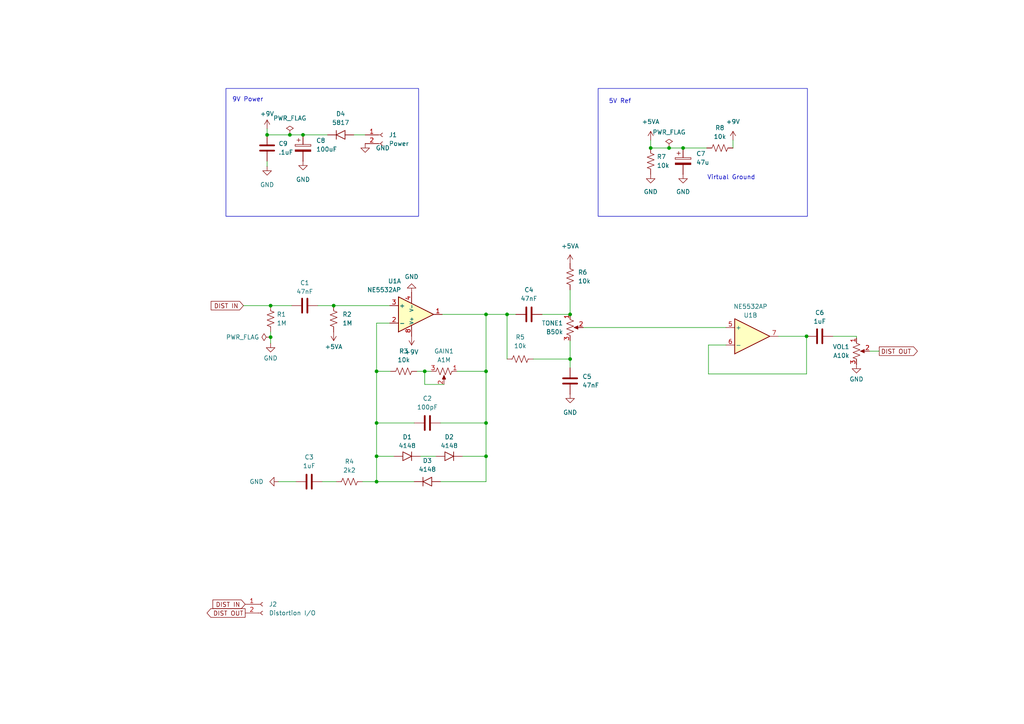
<source format=kicad_sch>
(kicad_sch (version 20250114) (generator "eeschema") (generator_version "9.0")
  (paper "A4")
  (lib_symbols
    (symbol "Connector:Conn_01x02_Socket" (pin_names (offset 1.016) (hide yes))
      (property "Reference" "J" (at 0 2.54 0))
      (property "Value" "Conn_01x02_Socket" (at 0 -5.08 0))
      (symbol "Conn_01x02_Socket_1_1"
        (polyline (pts (xy -1.27 0) (xy -0.508 0)) (stroke (width 0.1524)))
        (polyline (pts (xy -1.27 -2.54) (xy -0.508 -2.54)) (stroke (width 0.1524)))
        (arc (start 0 -0.508) (mid -0.5058 0) (end 0 0.508) (stroke (width 0.1524)))
        (arc (start 0 -3.048) (mid -0.5058 -2.54) (end 0 -2.032) (stroke (width 0.1524)))
        (pin passive line (at -5.08 0 0) (length 3.81) (name "Pin_1") (number "1"))
        (pin passive line (at -5.08 -2.54 0) (length 3.81) (name "Pin_2") (number "2"))
      )
    )
    (symbol "Device:R_Potentiometer_US" (pin_names (offset 1.016) (hide yes))
      (property "Reference" "RV" (at -4.445 0 90))
      (property "Value" "R_Potentiometer_US" (at -2.54 0 90))
      (symbol "R_Potentiometer_US_0_1"
        (polyline (pts (xy 0 2.54) (xy 0 2.286)))
        (polyline (pts (xy 0 2.286) (xy 1.016 1.905) (xy 0 1.524) (xy -1.016 1.143) (xy 0 0.762)))
        (polyline (pts (xy 0 0.762) (xy 1.016 0.381) (xy 0 0) (xy -1.016 -0.381) (xy 0 -0.762)))
        (polyline (pts (xy 0 -0.762) (xy 1.016 -1.143) (xy 0 -1.524) (xy -1.016 -1.905) (xy 0 -2.286)))
        (polyline (pts (xy 0 -2.286) (xy 0 -2.54)))
        (polyline (pts (xy 1.143 0) (xy 2.286 0.508) (xy 2.286 -0.508) (xy 1.143 0)) (fill (type outline)))
        (polyline (pts (xy 2.54 0) (xy 1.524 0)))
      )
      (symbol "R_Potentiometer_US_1_1"
        (pin passive line (at 0 3.81 270) (length 1.27) (name "1") (number "1"))
        (pin passive line (at 0 -3.81 90) (length 1.27) (name "3") (number "3"))
        (pin passive line (at 3.81 0 180) (length 1.27) (name "2") (number "2"))
      )
    )
    (symbol "Device:R_US" (pin_numbers (hide yes)) (pin_names (offset 0))
      (property "Reference" "R" (at 2.54 0 90))
      (property "Value" "R_US" (at -2.54 0 90))
      (symbol "R_US_0_1"
        (polyline (pts (xy 0 2.286) (xy 0 2.54)))
        (polyline (pts (xy 0 2.286) (xy 1.016 1.905) (xy 0 1.524) (xy -1.016 1.143) (xy 0 0.762)))
        (polyline (pts (xy 0 0.762) (xy 1.016 0.381) (xy 0 0) (xy -1.016 -0.381) (xy 0 -0.762)))
        (polyline (pts (xy 0 -0.762) (xy 1.016 -1.143) (xy 0 -1.524) (xy -1.016 -1.905) (xy 0 -2.286)))
        (polyline (pts (xy 0 -2.286) (xy 0 -2.54)))
      )
      (symbol "R_US_1_1"
        (pin passive line (at 0 3.81 270) (length 1.27) (name "~") (number "1"))
        (pin passive line (at 0 -3.81 90) (length 1.27) (name "~") (number "2"))
      )
    )
    (symbol "PCM_4ms_Diode:D_Generic" (pin_numbers (hide yes)) (pin_names (offset 1.016) (hide yes))
      (property "Reference" "D" (at 0 2.54 0))
      (property "Value" "D_Generic" (at 0 -2.54 0))
      (symbol "D_Generic_0_1"
        (polyline (pts (xy -1.27 1.27) (xy -1.27 -1.27)) (stroke (width 0.2032)))
        (polyline (pts (xy 1.27 1.27) (xy 1.27 -1.27) (xy -1.27 0) (xy 1.27 1.27)) (stroke (width 0.2032)))
      )
      (symbol "D_Generic_1_1"
        (pin passive line (at -3.81 0 0) (length 2.54) (name "K") (number "1"))
        (pin passive line (at 3.81 0 180) (length 2.54) (name "A") (number "2"))
      )
    )
    (symbol "PCM_4ms_Power-symbol:+9V" (power) (pin_names (offset 0))
      (property "Value" "+9V" (at 0 3.556 0))
      (symbol "+9V_0_1"
        (polyline (pts (xy -0.762 1.27) (xy 0 2.54)))
        (polyline (pts (xy 0 2.54) (xy 0.762 1.27)))
        (polyline (pts (xy 0 0) (xy 0 2.54)))
      )
      (symbol "+9V_1_1"
        (pin power_in line (at 0 0 90) (length 0) (hide yes) (name "+9V") (number "1"))
      )
    )
    (symbol "PCM_4ms_Power-symbol:PWR_FLAG" (power) (pin_numbers (hide yes)) (pin_names (offset 0) (hide yes))
      (property "Value" "PWR_FLAG" (at 0 3.81 0))
      (symbol "PWR_FLAG_0_0"
        (pin power_out line (at 0 0 90) (length 0) (name "pwr") (number "1"))
      )
      (symbol "PWR_FLAG_0_1"
        (polyline (pts (xy 0 0) (xy 0 1.27) (xy -1.016 1.905) (xy 0 2.54) (xy 1.016 1.905) (xy 0 1.27)))
      )
    )
    (symbol "PCM_Amplifier_Operational_AKL:NE5532AP" (pin_names (offset 0.2))
      (property "Reference" "U" (at 1.27 6.35 0))
      (property "Value" "NE5532AP" (at 1.27 3.81 0))
      (symbol "NE5532AP_0_1"
        (polyline (pts (xy -3.81 5.08) (xy -3.81 -5.08) (xy 6.35 0) (xy -3.81 5.08)) (stroke (width 0.254)) (fill (type background)))
      )
      (symbol "NE5532AP_1_1"
        (pin input line (at -6.35 2.54 0) (length 2.54) (name "-") (number "2"))
        (pin input line (at -6.35 -2.54 0) (length 2.54) (name "+") (number "3"))
        (pin power_in line (at 0 6.35 270) (length 3.18) (name "V+") (number "8"))
        (pin power_in line (at 0 -6.35 90) (length 3.18) (name "V-") (number "4"))
        (pin output line (at 8.89 0 180) (length 2.54) (name "~") (number "1"))
      )
      (symbol "NE5532AP_2_1"
        (pin input line (at -6.35 2.54 0) (length 2.54) (name "-") (number "6"))
        (pin input line (at -6.35 -2.54 0) (length 2.54) (name "+") (number "5"))
        (pin output line (at 8.89 0 180) (length 2.54) (name "~") (number "7"))
      )
    )
    (symbol "PCM_Capacitor_AKL:CP_Radial_D4.0mm_P1.50mm" (pin_numbers (hide yes)) (pin_names (offset 0.254))
      (property "Reference" "C" (at 0.635 2.54 0))
      (property "Value" "CP_Radial_D4.0mm_P1.50mm" (at 0.635 -2.54 0))
      (symbol "CP_Radial_D4.0mm_P1.50mm_0_1"
        (rectangle (start -2.286 1.016) (end 2.286 0.508))
        (polyline (pts (xy -1.778 2.286) (xy -0.762 2.286)))
        (polyline (pts (xy -1.27 2.794) (xy -1.27 1.778)))
        (rectangle (start 2.286 -0.508) (end -2.286 -1.016) (fill (type outline)))
      )
      (symbol "CP_Radial_D4.0mm_P1.50mm_0_2"
        (polyline (pts (xy -2.54 -2.54) (xy -0.6604 -0.6604)))
        (polyline (pts (xy -1.8796 0.6096) (xy 0.6096 -1.8796) (xy 0.9652 -1.524) (xy -1.524 0.9652) (xy -1.8796 0.6096)) (fill (type outline)))
        (polyline (pts (xy -0.9652 1.524) (xy 1.524 -0.9652) (xy 1.8796 -0.6096) (xy -0.6096 1.8796) (xy -0.9652 1.524)))
        (polyline (pts (xy 0 2.032) (xy 1.016 2.032)))
        (polyline (pts (xy 0.508 2.54) (xy 0.508 1.524)))
        (polyline (pts (xy 0.6604 0.6604) (xy 2.54 2.54)))
      )
      (symbol "CP_Radial_D4.0mm_P1.50mm_1_1"
        (pin passive line (at 0 3.81 270) (length 2.794) (name "~") (number "1"))
        (pin passive line (at 0 -3.81 90) (length 2.794) (name "~") (number "2"))
      )
      (symbol "CP_Radial_D4.0mm_P1.50mm_1_2"
        (pin passive line (at -2.54 -2.54 90) (length 0) (name "~") (number "2"))
        (pin passive line (at 2.54 2.54 270) (length 0) (name "~") (number "1"))
      )
    )
    (symbol "PCM_Capacitor_AKL:C_Axial_L3.0mm_D2.3mm_P5.00mm" (pin_numbers (hide yes)) (pin_names (offset 0.254))
      (property "Reference" "C" (at 0.635 2.54 0))
      (property "Value" "C_Axial_L3.0mm_D2.3mm_P5.00mm" (at 0.635 -2.54 0))
      (symbol "C_Axial_L3.0mm_D2.3mm_P5.00mm_0_1"
        (polyline (pts (xy -2.032 0.762) (xy 2.032 0.762)) (stroke (width 0.508)))
        (polyline (pts (xy -2.032 -0.762) (xy 2.032 -0.762)) (stroke (width 0.508)))
      )
      (symbol "C_Axial_L3.0mm_D2.3mm_P5.00mm_0_2"
        (polyline (pts (xy -2.54 -2.54) (xy -0.381 -0.381)))
        (polyline (pts (xy -0.508 -0.508) (xy -1.651 0.635)) (stroke (width 0.508)))
        (polyline (pts (xy -0.508 -0.508) (xy 0.635 -1.651)) (stroke (width 0.508)))
        (polyline (pts (xy 0.381 0.381) (xy 2.54 2.54)))
        (polyline (pts (xy 0.508 0.508) (xy -0.635 1.651)) (stroke (width 0.508)))
        (polyline (pts (xy 0.508 0.508) (xy 1.651 -0.635)) (stroke (width 0.508)))
      )
      (symbol "C_Axial_L3.0mm_D2.3mm_P5.00mm_1_1"
        (pin passive line (at 0 3.81 270) (length 2.794) (name "~") (number "1"))
        (pin passive line (at 0 -3.81 90) (length 2.794) (name "~") (number "2"))
      )
      (symbol "C_Axial_L3.0mm_D2.3mm_P5.00mm_1_2"
        (pin passive line (at -2.54 -2.54 90) (length 0) (name "~") (number "2"))
        (pin passive line (at 2.54 2.54 270) (length 0) (name "~") (number "1"))
      )
    )
    (symbol "power:+5VA" (power) (pin_numbers (hide yes)) (pin_names (offset 0) (hide yes))
      (property "Value" "+5VA" (at 0 3.556 0))
      (symbol "+5VA_0_1"
        (polyline (pts (xy -0.762 1.27) (xy 0 2.54)))
        (polyline (pts (xy 0 2.54) (xy 0.762 1.27)))
        (polyline (pts (xy 0 0) (xy 0 2.54)))
      )
      (symbol "+5VA_1_1"
        (pin power_in line (at 0 0 90) (length 0) (name "~") (number "1"))
      )
    )
    (symbol "power:GND" (power) (pin_numbers (hide yes)) (pin_names (offset 0) (hide yes))
      (property "Value" "GND" (at 0 -3.81 0))
      (symbol "GND_0_1"
        (polyline (pts (xy 0 0) (xy 0 -1.27) (xy 1.27 -1.27) (xy 0 -2.54) (xy -1.27 -1.27) (xy 0 -1.27)))
      )
      (symbol "GND_1_1"
        (pin power_in line (at 0 0 270) (length 0) (name "~") (number "1"))
      )
    )
    (symbol "power:PWR_FLAG" (power) (pin_numbers (hide yes)) (pin_names (offset 0) (hide yes))
      (property "Value" "PWR_FLAG" (at 0 3.81 0))
      (symbol "PWR_FLAG_0_0"
        (pin power_out line (at 0 0 90) (length 0) (name "~") (number "1"))
      )
      (symbol "PWR_FLAG_0_1"
        (polyline (pts (xy 0 0) (xy 0 1.27) (xy -1.016 1.905) (xy 0 2.54) (xy 1.016 1.905) (xy 0 1.27)))
      )
    )
  )
  (rectangle (start 173.482 25.654) (end 234.188 62.738))
  (rectangle (start 65.532 25.654) (end 121.412 62.738))
  (text "9V Power" (at 71.882 28.956 0) (effects (font (size 1.27 1.27))))
  (text "Virtual Ground" (at 212.09 51.562 0) (effects (font (size 1.27 1.27))))
  (text "5V Ref" (at 179.832 29.464 0) (effects (font (size 1.27 1.27))))
  (junction (at 198.12 42.926))
  (junction (at 78.486 88.646))
  (junction (at 109.22 107.696))
  (junction (at 84.074 39.116))
  (junction (at 109.22 139.7))
  (junction (at 165.354 91.186))
  (junction (at 77.47 39.116))
  (junction (at 87.884 39.116))
  (junction (at 165.354 104.14))
  (junction (at 194.056 42.926))
  (junction (at 123.19 107.696))
  (junction (at 140.97 107.696))
  (junction (at 96.774 88.646))
  (junction (at 140.97 122.682))
  (junction (at 188.722 42.926))
  (junction (at 147.066 91.186))
  (junction (at 233.934 97.536))
  (junction (at 140.97 132.334))
  (junction (at 109.22 122.682))
  (junction (at 140.97 91.186))
  (junction (at 78.486 97.79))
  (junction (at 109.22 132.334))
  (wire (pts (xy 109.22 139.7) (xy 120.142 139.7)))
  (wire (pts (xy 80.772 139.7) (xy 85.852 139.7)))
  (wire (pts (xy 248.412 97.536) (xy 248.412 98.044)))
  (wire (pts (xy 128.778 111.506) (xy 123.19 111.506)))
  (wire (pts (xy 154.686 104.14) (xy 165.354 104.14)))
  (wire (pts (xy 205.486 108.458) (xy 233.934 108.458)))
  (wire (pts (xy 169.164 94.996) (xy 210.566 94.996)))
  (wire (pts (xy 233.934 97.536) (xy 233.934 108.458)))
  (wire (pts (xy 109.22 93.726) (xy 109.22 107.696)))
  (wire (pts (xy 127.762 122.682) (xy 140.97 122.682)))
  (wire (pts (xy 128.27 91.186) (xy 140.97 91.186)))
  (wire (pts (xy 84.074 39.116) (xy 87.884 39.116)))
  (wire (pts (xy 78.486 99.568) (xy 78.486 97.79)))
  (wire (pts (xy 157.226 91.186) (xy 165.354 91.186)))
  (wire (pts (xy 78.486 88.646) (xy 84.582 88.646)))
  (wire (pts (xy 105.156 139.7) (xy 109.22 139.7)))
  (wire (pts (xy 165.354 104.14) (xy 165.354 106.68)))
  (wire (pts (xy 140.97 122.682) (xy 140.97 107.696)))
  (wire (pts (xy 205.486 100.076) (xy 205.486 108.458)))
  (wire (pts (xy 87.884 39.116) (xy 94.996 39.116)))
  (wire (pts (xy 109.22 93.726) (xy 113.03 93.726)))
  (wire (pts (xy 109.22 107.696) (xy 113.284 107.696)))
  (wire (pts (xy 77.47 46.736) (xy 77.47 48.26)))
  (wire (pts (xy 120.142 122.682) (xy 109.22 122.682)))
  (wire (pts (xy 241.554 97.536) (xy 248.412 97.536)))
  (wire (pts (xy 127.762 139.7) (xy 140.97 139.7)))
  (wire (pts (xy 102.616 39.116) (xy 105.918 39.116)))
  (wire (pts (xy 96.774 88.646) (xy 113.03 88.646)))
  (wire (pts (xy 140.97 122.682) (xy 140.97 132.334)))
  (wire (pts (xy 147.066 91.186) (xy 149.606 91.186)))
  (wire (pts (xy 109.22 122.682) (xy 109.22 107.696)))
  (wire (pts (xy 252.222 101.854) (xy 255.016 101.854)))
  (wire (pts (xy 134.112 132.334) (xy 140.97 132.334)))
  (wire (pts (xy 123.19 107.696) (xy 124.968 107.696)))
  (wire (pts (xy 210.566 100.076) (xy 205.486 100.076)))
  (wire (pts (xy 121.92 132.334) (xy 126.492 132.334)))
  (wire (pts (xy 225.806 97.536) (xy 233.934 97.536)))
  (wire (pts (xy 78.486 97.79) (xy 78.486 96.266)))
  (wire (pts (xy 165.354 84.074) (xy 165.354 91.186)))
  (wire (pts (xy 120.904 107.696) (xy 123.19 107.696)))
  (wire (pts (xy 188.722 42.926) (xy 194.056 42.926)))
  (wire (pts (xy 147.066 91.186) (xy 147.066 104.14)))
  (wire (pts (xy 92.202 88.646) (xy 96.774 88.646)))
  (wire (pts (xy 212.598 40.64) (xy 212.598 42.926)))
  (wire (pts (xy 93.472 139.7) (xy 97.536 139.7)))
  (wire (pts (xy 132.588 107.696) (xy 140.97 107.696)))
  (wire (pts (xy 109.22 132.334) (xy 109.22 139.7)))
  (wire (pts (xy 123.19 111.506) (xy 123.19 107.696)))
  (wire (pts (xy 198.12 42.926) (xy 204.978 42.926)))
  (wire (pts (xy 77.47 37.338) (xy 77.47 39.116)))
  (wire (pts (xy 140.97 132.334) (xy 140.97 139.7)))
  (wire (pts (xy 70.612 88.646) (xy 78.486 88.646)))
  (wire (pts (xy 140.97 91.186) (xy 140.97 107.696)))
  (wire (pts (xy 140.97 91.186) (xy 147.066 91.186)))
  (wire (pts (xy 165.354 98.806) (xy 165.354 104.14)))
  (wire (pts (xy 188.722 40.64) (xy 188.722 42.926)))
  (wire (pts (xy 109.22 132.334) (xy 114.3 132.334)))
  (wire (pts (xy 194.056 42.926) (xy 198.12 42.926)))
  (wire (pts (xy 77.47 39.116) (xy 84.074 39.116)))
  (wire (pts (xy 109.22 122.682) (xy 109.22 132.334)))
  (global_label "DIST OUT" (shape output) (at 255.016 101.854 0) (property "Intersheetrefs" "${INTERSHEET_REFS}" (effects (hide yes))))
  (global_label "DIST IN" (shape input) (at 71.12 175.26 180) (property "Intersheetrefs" "${INTERSHEET_REFS}" (effects (hide yes))))
  (global_label "DIST IN" (shape input) (at 70.612 88.646 180) (property "Intersheetrefs" "${INTERSHEET_REFS}" (effects (hide yes))))
  (global_label "DIST OUT" (shape output) (at 71.12 177.8 180) (property "Intersheetrefs" "${INTERSHEET_REFS}" (effects (hide yes))))
  (symbol (lib_id "PCM_4ms_Diode:D_Generic") (at 98.806 39.116 0) (unit 1)
    (property "Reference" "D4" (at 98.806 33.02 0))
    (property "Value" "5817" (at 98.806 35.56 0))
    (property "Footprint" "Diode_THT:D_A-405_P7.62mm_Horizontal" (effects (hide yes)))
    (property "Description" "Diode" (effects (hide yes)))
  )
  (symbol (lib_id "power:+5VA") (at 96.774 96.266 180) (unit 1)
    (property "Reference" "#PWR04" (effects (hide yes)))
    (property "Value" "+5VA" (at 96.774 100.584 0))
    (property "Description" "Power symbol creates a global label with name \"+5VA\"" (effects (hide yes)))
  )
  (symbol (lib_id "PCM_4ms_Diode:D_Generic") (at 130.302 132.334 180) (unit 1)
    (property "Reference" "D2" (at 130.302 126.746 0))
    (property "Value" "4148" (at 130.302 129.286 0))
    (property "Footprint" "Diode_THT:D_DO-34_SOD68_P7.62mm_Horizontal" (effects (hide yes)))
    (property "Description" "Diode" (effects (hide yes)))
  )
  (symbol (lib_id "PCM_4ms_Power-symbol:PWR_FLAG") (at 78.486 97.79 90) (unit 1)
    (property "Reference" "#FLG01" (effects (hide yes)))
    (property "Value" "PWR_FLAG" (at 75.184 97.7899 90) (effects (justify left)))
  )
  (symbol (lib_id "Device:R_Potentiometer_US") (at 248.412 101.854 0) (unit 1)
    (property "Reference" "VOL1" (at 246.38 100.5839 0) (effects (justify right)))
    (property "Value" "A10k" (at 246.38 103.1239 0) (effects (justify right)))
    (property "Footprint" "Connector_PinHeader_2.54mm:PinHeader_1x03_P2.54mm_Vertical" (effects (hide yes)))
    (property "Description" "Potentiometer, US symbol" (effects (hide yes)))
  )
  (symbol (lib_id "Device:R_US") (at 150.876 104.14 90) (unit 1)
    (property "Reference" "R5" (at 150.876 97.79 90))
    (property "Value" "10k" (at 150.876 100.33 90))
    (property "Footprint" "Resistor_THT:R_Axial_DIN0204_L3.6mm_D1.6mm_P7.62mm_Horizontal" (effects (hide yes)))
    (property "Description" "Resistor, US symbol" (effects (hide yes)))
  )
  (symbol (lib_id "PCM_Capacitor_AKL:C_Axial_L3.0mm_D2.3mm_P5.00mm") (at 77.47 42.926 0) (unit 1)
    (property "Reference" "C9" (at 80.772 41.6559 0) (effects (justify left)))
    (property "Value" ".1uF" (at 80.772 44.1959 0) (effects (justify left)))
    (property "Footprint" "Capacitor_THT:C_Disc_D3.0mm_W1.6mm_P2.50mm" (effects (hide yes)))
    (property "Description" "THT Axial Capacitor, 3.0mm Length, 2.3mm Diameter, 5.00mm Pitch, Alternate KiCad Library" (effects (hide yes)))
  )
  (symbol (lib_id "PCM_Amplifier_Operational_AKL:NE5532AP") (at 216.916 97.536 0) (mirror x) (unit 2)
    (property "Reference" "U1" (at 217.678 91.44 0))
    (property "Value" "NE5532AP" (at 217.678 88.9 0))
    (property "Footprint" "PCM_4ms_Package_DIP:DIP-8pin_TH" (effects (hide yes)))
    (property "Datasheet" "https://www.ti.com/lit/ds/symlink/ne5532.pdf?ts=1634915487120&ref_url=https%253A%252F%252Fwww.google.com%252F" (effects (hide yes)))
    (property "Description" "DIP-8 Dual Low Noise Operational Amplifier, 4mV Offset, 5nV/√Hz, 10MHz, Alternate KiCAD Library" (effects (hide yes)))
  )
  (symbol (lib_id "PCM_Capacitor_AKL:CP_Radial_D4.0mm_P1.50mm") (at 198.12 46.736 0) (unit 1)
    (property "Reference" "C7" (at 201.93 44.5769 0) (effects (justify left)))
    (property "Value" "47u" (at 201.93 47.1169 0) (effects (justify left)))
    (property "Footprint" "Capacitor_THT:CP_Radial_D5.0mm_P2.50mm" (effects (hide yes)))
    (property "Description" "THT Electrolytic Capacitor, 4.0mm Diameter, 1.50mm Pitch, European Symbol, Alternate KiCad Library" (effects (hide yes)))
  )
  (symbol (lib_id "Device:R_US") (at 101.346 139.7 90) (unit 1)
    (property "Reference" "R4" (at 101.346 133.858 90))
    (property "Value" "2k2" (at 101.346 136.398 90))
    (property "Footprint" "Resistor_THT:R_Axial_DIN0204_L3.6mm_D1.6mm_P7.62mm_Horizontal" (effects (hide yes)))
    (property "Description" "Resistor, US symbol" (effects (hide yes)))
  )
  (symbol (lib_id "PCM_4ms_Power-symbol:+9V") (at 77.47 37.338 0) (unit 1)
    (property "Reference" "#PWR016" (effects (hide yes)))
    (property "Value" "+9V" (at 77.47 33.02 0))
    (property "Description" "Power symbol creates a global label with name \"+9V\"" (effects (hide yes)))
  )
  (symbol (lib_id "power:GND") (at 198.12 50.546 0) (unit 1)
    (property "Reference" "#PWR010" (effects (hide yes)))
    (property "Value" "GND" (at 198.12 55.626 0))
    (property "Description" "Power symbol creates a global label with name \"GND\" , ground" (effects (hide yes)))
  )
  (symbol (lib_id "PCM_4ms_Power-symbol:+9V") (at 212.598 40.64 0) (unit 1)
    (property "Reference" "#PWR011" (effects (hide yes)))
    (property "Value" "+9V" (at 212.598 35.306 0))
    (property "Description" "Power symbol creates a global label with name \"+9V\"" (effects (hide yes)))
  )
  (symbol (lib_id "Device:R_US") (at 78.486 92.456 0) (unit 1)
    (property "Reference" "R1" (at 80.264 91.1859 0) (effects (justify left)))
    (property "Value" "1M" (at 80.264 93.7259 0) (effects (justify left)))
    (property "Footprint" "Resistor_THT:R_Axial_DIN0204_L3.6mm_D1.6mm_P7.62mm_Horizontal" (effects (hide yes)))
    (property "Description" "Resistor, US symbol" (effects (hide yes)))
  )
  (symbol (lib_id "PCM_Capacitor_AKL:C_Axial_L3.0mm_D2.3mm_P5.00mm") (at 88.392 88.646 90) (unit 1)
    (property "Reference" "C1" (at 88.392 82.042 90))
    (property "Value" "47nF" (at 88.392 84.582 90))
    (property "Footprint" "Capacitor_THT:C_Disc_D3.0mm_W1.6mm_P2.50mm" (effects (hide yes)))
    (property "Description" "THT Axial Capacitor, 3.0mm Length, 2.3mm Diameter, 5.00mm Pitch, Alternate KiCad Library" (effects (hide yes)))
  )
  (symbol (lib_id "PCM_Capacitor_AKL:C_Axial_L3.0mm_D2.3mm_P5.00mm") (at 89.662 139.7 90) (unit 1)
    (property "Reference" "C3" (at 89.662 132.588 90))
    (property "Value" "1uF" (at 89.662 135.128 90))
    (property "Footprint" "Capacitor_THT:C_Disc_D3.0mm_W1.6mm_P2.50mm" (effects (hide yes)))
    (property "Description" "THT Axial Capacitor, 3.0mm Length, 2.3mm Diameter, 5.00mm Pitch, Alternate KiCad Library" (effects (hide yes)))
  )
  (symbol (lib_id "power:GND") (at 80.772 139.7 270) (unit 1)
    (property "Reference" "#PWR05" (effects (hide yes)))
    (property "Value" "GND" (at 76.454 139.6999 90) (effects (justify right)))
    (property "Description" "Power symbol creates a global label with name \"GND\" , ground" (effects (hide yes)))
  )
  (symbol (lib_id "power:+5VA") (at 188.722 40.64 0) (unit 1)
    (property "Reference" "#PWR012" (effects (hide yes)))
    (property "Value" "+5VA" (at 188.722 35.306 0))
    (property "Description" "Power symbol creates a global label with name \"+5VA\"" (effects (hide yes)))
  )
  (symbol (lib_id "Device:R_US") (at 165.354 80.264 180) (unit 1)
    (property "Reference" "R6" (at 167.64 78.9939 0) (effects (justify right)))
    (property "Value" "10k" (at 167.64 81.5339 0) (effects (justify right)))
    (property "Footprint" "Resistor_THT:R_Axial_DIN0204_L3.6mm_D1.6mm_P7.62mm_Horizontal" (effects (hide yes)))
    (property "Description" "Resistor, US symbol" (effects (hide yes)))
  )
  (symbol (lib_id "power:GND") (at 165.354 114.3 0) (unit 1)
    (property "Reference" "#PWR07" (effects (hide yes)))
    (property "Value" "GND" (at 165.354 119.634 0))
    (property "Description" "Power symbol creates a global label with name \"GND\" , ground" (effects (hide yes)))
  )
  (symbol (lib_id "PCM_4ms_Power-symbol:PWR_FLAG") (at 194.056 42.926 0) (unit 1)
    (property "Reference" "#FLG05" (effects (hide yes)))
    (property "Value" "PWR_FLAG" (at 194.056 38.354 0))
  )
  (symbol (lib_id "power:GND") (at 78.486 99.568 0) (unit 1)
    (property "Reference" "#PWR01" (effects (hide yes)))
    (property "Value" "GND" (at 78.486 103.886 0))
    (property "Description" "Power symbol creates a global label with name \"GND\" , ground" (effects (hide yes)))
  )
  (symbol (lib_id "PCM_4ms_Power-symbol:+9V") (at 119.38 97.536 180) (unit 1)
    (property "Reference" "#PWR03" (effects (hide yes)))
    (property "Value" "+9V" (at 119.38 102.108 0))
    (property "Description" "Power symbol creates a global label with name \"+9V\"" (effects (hide yes)))
  )
  (symbol (lib_id "power:+5VA") (at 165.354 76.454 0) (unit 1)
    (property "Reference" "#PWR06" (effects (hide yes)))
    (property "Value" "+5VA" (at 165.354 71.374 0))
    (property "Description" "Power symbol creates a global label with name \"+5VA\"" (effects (hide yes)))
  )
  (symbol (lib_id "PCM_Capacitor_AKL:C_Axial_L3.0mm_D2.3mm_P5.00mm") (at 237.744 97.536 270) (unit 1)
    (property "Reference" "C6" (at 237.744 90.678 90))
    (property "Value" "1uF" (at 237.744 93.218 90))
    (property "Footprint" "Capacitor_THT:C_Disc_D3.0mm_W1.6mm_P2.50mm" (effects (hide yes)))
    (property "Description" "THT Axial Capacitor, 3.0mm Length, 2.3mm Diameter, 5.00mm Pitch, Alternate KiCad Library" (effects (hide yes)))
  )
  (symbol (lib_id "PCM_Capacitor_AKL:C_Axial_L3.0mm_D2.3mm_P5.00mm") (at 153.416 91.186 90) (unit 1)
    (property "Reference" "C4" (at 153.416 84.074 90))
    (property "Value" "47nF" (at 153.416 86.614 90))
    (property "Footprint" "Capacitor_THT:C_Disc_D3.0mm_W1.6mm_P2.50mm" (effects (hide yes)))
    (property "Description" "THT Axial Capacitor, 3.0mm Length, 2.3mm Diameter, 5.00mm Pitch, Alternate KiCad Library" (effects (hide yes)))
  )
  (symbol (lib_id "power:GND") (at 87.884 46.736 0) (unit 1)
    (property "Reference" "#PWR014" (effects (hide yes)))
    (property "Value" "GND" (at 87.884 52.07 0))
    (property "Description" "Power symbol creates a global label with name \"GND\" , ground" (effects (hide yes)))
  )
  (symbol (lib_id "PCM_Capacitor_AKL:C_Axial_L3.0mm_D2.3mm_P5.00mm") (at 165.354 110.49 180) (unit 1)
    (property "Reference" "C5" (at 168.91 109.2199 0) (effects (justify right)))
    (property "Value" "47nF" (at 168.91 111.7599 0) (effects (justify right)))
    (property "Footprint" "Capacitor_THT:C_Disc_D3.0mm_W1.6mm_P2.50mm" (effects (hide yes)))
    (property "Description" "THT Axial Capacitor, 3.0mm Length, 2.3mm Diameter, 5.00mm Pitch, Alternate KiCad Library" (effects (hide yes)))
  )
  (symbol (lib_id "PCM_Capacitor_AKL:CP_Radial_D4.0mm_P1.50mm") (at 87.884 42.926 0) (unit 1)
    (property "Reference" "C8" (at 91.694 40.7669 0) (effects (justify left)))
    (property "Value" "100uF" (at 91.694 43.3069 0) (effects (justify left)))
    (property "Footprint" "Capacitor_THT:CP_Radial_D5.0mm_P2.50mm" (effects (hide yes)))
    (property "Description" "THT Electrolytic Capacitor, 4.0mm Diameter, 1.50mm Pitch, European Symbol, Alternate KiCad Library" (effects (hide yes)))
  )
  (symbol (lib_id "Device:R_US") (at 188.722 46.736 0) (unit 1)
    (property "Reference" "R7" (at 190.5 45.4659 0) (effects (justify left)))
    (property "Value" "10k" (at 190.5 48.0059 0) (effects (justify left)))
    (property "Footprint" "Resistor_THT:R_Axial_DIN0204_L3.6mm_D1.6mm_P7.62mm_Horizontal" (effects (hide yes)))
    (property "Description" "Resistor, US symbol" (effects (hide yes)))
  )
  (symbol (lib_id "power:GND") (at 188.722 50.546 0) (unit 1)
    (property "Reference" "#PWR09" (effects (hide yes)))
    (property "Value" "GND" (at 188.722 55.626 0))
    (property "Description" "Power symbol creates a global label with name \"GND\" , ground" (effects (hide yes)))
  )
  (symbol (lib_id "power:GND") (at 119.38 84.836 180) (unit 1)
    (property "Reference" "#PWR02" (effects (hide yes)))
    (property "Value" "GND" (at 119.38 80.264 0))
    (property "Description" "Power symbol creates a global label with name \"GND\" , ground" (effects (hide yes)))
  )
  (symbol (lib_id "Device:R_Potentiometer_US") (at 128.778 107.696 270) (unit 1)
    (property "Reference" "GAIN1" (at 128.778 101.854 90))
    (property "Value" "A1M" (at 128.778 104.394 90))
    (property "Footprint" "Connector_PinHeader_2.54mm:PinHeader_1x03_P2.54mm_Vertical" (effects (hide yes)))
    (property "Description" "Potentiometer, US symbol" (effects (hide yes)))
  )
  (symbol (lib_id "Connector:Conn_01x02_Socket") (at 76.2 175.26 0) (unit 1)
    (property "Reference" "J2" (at 77.978 175.2599 0) (effects (justify left)))
    (property "Value" "Distortion I/O" (at 77.978 177.7999 0) (effects (justify left)))
    (property "Footprint" "Connector_PinSocket_2.54mm:PinSocket_2x01_P2.54mm_Vertical" (effects (hide yes)))
    (property "Description" "Generic connector, single row, 01x02, script generated" (effects (hide yes)))
  )
  (symbol (lib_id "PCM_4ms_Diode:D_Generic") (at 118.11 132.334 180) (unit 1)
    (property "Reference" "D1" (at 118.11 126.746 0))
    (property "Value" "4148" (at 118.11 129.286 0))
    (property "Footprint" "Diode_THT:D_DO-34_SOD68_P7.62mm_Horizontal" (effects (hide yes)))
    (property "Description" "Diode" (effects (hide yes)))
  )
  (symbol (lib_id "Connector:Conn_01x02_Socket") (at 110.998 39.116 0) (unit 1)
    (property "Reference" "J1" (at 112.776 39.1159 0) (effects (justify left)))
    (property "Value" "Power" (at 112.776 41.6559 0) (effects (justify left)))
    (property "Footprint" "Connector_PinSocket_2.54mm:PinSocket_2x01_P2.54mm_Vertical" (effects (hide yes)))
    (property "Description" "Generic connector, single row, 01x02, script generated" (effects (hide yes)))
  )
  (symbol (lib_id "Device:R_US") (at 208.788 42.926 90) (unit 1)
    (property "Reference" "R8" (at 208.788 37.084 90))
    (property "Value" "10k" (at 208.788 39.624 90))
    (property "Footprint" "Resistor_THT:R_Axial_DIN0204_L3.6mm_D1.6mm_P7.62mm_Horizontal" (effects (hide yes)))
    (property "Description" "Resistor, US symbol" (effects (hide yes)))
  )
  (symbol (lib_id "PCM_Amplifier_Operational_AKL:NE5532AP") (at 119.38 91.186 0) (mirror x) (unit 1)
    (property "Reference" "U1" (at 116.3635 81.534 0) (effects (justify right)))
    (property "Value" "NE5532AP" (at 116.3635 84.074 0) (effects (justify right)))
    (property "Footprint" "PCM_4ms_Package_DIP:DIP-8pin_TH" (effects (hide yes)))
    (property "Datasheet" "https://www.ti.com/lit/ds/symlink/ne5532.pdf?ts=1634915487120&ref_url=https%253A%252F%252Fwww.google.com%252F" (effects (hide yes)))
    (property "Description" "DIP-8 Dual Low Noise Operational Amplifier, 4mV Offset, 5nV/√Hz, 10MHz, Alternate KiCAD Library" (effects (hide yes)))
  )
  (symbol (lib_id "power:GND") (at 77.47 48.26 0) (unit 1)
    (property "Reference" "#PWR015" (effects (hide yes)))
    (property "Value" "GND" (at 77.47 53.594 0))
    (property "Description" "Power symbol creates a global label with name \"GND\" , ground" (effects (hide yes)))
  )
  (symbol (lib_id "power:PWR_FLAG") (at 84.074 39.116 0) (unit 1)
    (property "Reference" "#FLG02" (effects (hide yes)))
    (property "Value" "PWR_FLAG" (at 84.074 34.29 0))
    (property "Description" "Special symbol for telling ERC where power comes from" (effects (hide yes)))
  )
  (symbol (lib_id "power:GND") (at 248.412 105.664 0) (unit 1)
    (property "Reference" "#PWR08" (effects (hide yes)))
    (property "Value" "GND" (at 248.412 109.982 0))
    (property "Description" "Power symbol creates a global label with name \"GND\" , ground" (effects (hide yes)))
  )
  (symbol (lib_id "Device:R_US") (at 96.774 92.456 0) (unit 1)
    (property "Reference" "R2" (at 99.314 91.1859 0) (effects (justify left)))
    (property "Value" "1M" (at 99.314 93.7259 0) (effects (justify left)))
    (property "Footprint" "Resistor_THT:R_Axial_DIN0204_L3.6mm_D1.6mm_P7.62mm_Horizontal" (effects (hide yes)))
    (property "Description" "Resistor, US symbol" (effects (hide yes)))
  )
  (symbol (lib_id "PCM_Capacitor_AKL:C_Axial_L3.0mm_D2.3mm_P5.00mm") (at 123.952 122.682 90) (unit 1)
    (property "Reference" "C2" (at 123.952 115.57 90))
    (property "Value" "100pF" (at 123.952 118.11 90))
    (property "Footprint" "Capacitor_THT:C_Disc_D3.0mm_W1.6mm_P2.50mm" (effects (hide yes)))
    (property "Description" "THT Axial Capacitor, 3.0mm Length, 2.3mm Diameter, 5.00mm Pitch, Alternate KiCad Library" (effects (hide yes)))
  )
  (symbol (lib_id "Device:R_US") (at 117.094 107.696 90) (unit 1)
    (property "Reference" "R3" (at 117.094 101.854 90))
    (property "Value" "10k" (at 117.094 104.394 90))
    (property "Footprint" "Resistor_THT:R_Axial_DIN0204_L3.6mm_D1.6mm_P7.62mm_Horizontal" (effects (hide yes)))
    (property "Description" "Resistor, US symbol" (effects (hide yes)))
  )
  (symbol (lib_id "PCM_4ms_Diode:D_Generic") (at 123.952 139.7 0) (unit 1)
    (property "Reference" "D3" (at 123.952 133.604 0))
    (property "Value" "4148" (at 123.952 136.144 0))
    (property "Footprint" "Diode_THT:D_DO-34_SOD68_P7.62mm_Horizontal" (effects (hide yes)))
    (property "Description" "Diode" (effects (hide yes)))
  )
  (symbol (lib_id "Device:R_Potentiometer_US") (at 165.354 94.996 0) (unit 1)
    (property "Reference" "TONE1" (at 163.322 93.7259 0) (effects (justify right)))
    (property "Value" "B50k" (at 163.322 96.2659 0) (effects (justify right)))
    (property "Footprint" "Connector_PinHeader_2.54mm:PinHeader_1x03_P2.54mm_Vertical" (effects (hide yes)))
    (property "Description" "Potentiometer, US symbol" (effects (hide yes)))
  )
  (symbol (lib_id "power:GND") (at 105.918 41.656 0) (unit 1)
    (property "Reference" "#PWR017" (effects (hide yes)))
    (property "Value" "GND" (at 108.966 42.9259 0) (effects (justify left)))
    (property "Description" "Power symbol creates a global label with name \"GND\" , ground" (effects (hide yes)))
  )
)
</source>
